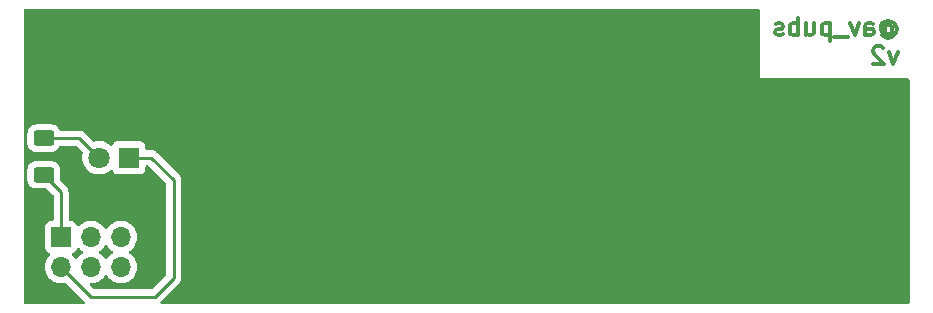
<source format=gbr>
G04 #@! TF.GenerationSoftware,KiCad,Pcbnew,(6.99.0-2452-gdb4f2d9dd8)*
G04 #@! TF.CreationDate,2022-08-02T12:20:48-05:00*
G04 #@! TF.ProjectId,AWS,4157532e-6b69-4636-9164-5f7063625858,rev?*
G04 #@! TF.SameCoordinates,Original*
G04 #@! TF.FileFunction,Copper,L2,Bot*
G04 #@! TF.FilePolarity,Positive*
%FSLAX46Y46*%
G04 Gerber Fmt 4.6, Leading zero omitted, Abs format (unit mm)*
G04 Created by KiCad (PCBNEW (6.99.0-2452-gdb4f2d9dd8)) date 2022-08-02 12:20:48*
%MOMM*%
%LPD*%
G01*
G04 APERTURE LIST*
G04 Aperture macros list*
%AMRoundRect*
0 Rectangle with rounded corners*
0 $1 Rounding radius*
0 $2 $3 $4 $5 $6 $7 $8 $9 X,Y pos of 4 corners*
0 Add a 4 corners polygon primitive as box body*
4,1,4,$2,$3,$4,$5,$6,$7,$8,$9,$2,$3,0*
0 Add four circle primitives for the rounded corners*
1,1,$1+$1,$2,$3*
1,1,$1+$1,$4,$5*
1,1,$1+$1,$6,$7*
1,1,$1+$1,$8,$9*
0 Add four rect primitives between the rounded corners*
20,1,$1+$1,$2,$3,$4,$5,0*
20,1,$1+$1,$4,$5,$6,$7,0*
20,1,$1+$1,$6,$7,$8,$9,0*
20,1,$1+$1,$8,$9,$2,$3,0*%
G04 Aperture macros list end*
%ADD10C,0.300000*%
G04 #@! TA.AperFunction,NonConductor*
%ADD11C,0.300000*%
G04 #@! TD*
G04 #@! TA.AperFunction,ComponentPad*
%ADD12R,1.800000X1.800000*%
G04 #@! TD*
G04 #@! TA.AperFunction,ComponentPad*
%ADD13C,1.800000*%
G04 #@! TD*
G04 #@! TA.AperFunction,ComponentPad*
%ADD14R,1.700000X1.700000*%
G04 #@! TD*
G04 #@! TA.AperFunction,ComponentPad*
%ADD15O,1.700000X1.700000*%
G04 #@! TD*
G04 #@! TA.AperFunction,SMDPad,CuDef*
%ADD16RoundRect,0.250000X-0.625000X0.400000X-0.625000X-0.400000X0.625000X-0.400000X0.625000X0.400000X0*%
G04 #@! TD*
G04 #@! TA.AperFunction,Conductor*
%ADD17C,0.250000*%
G04 #@! TD*
G04 APERTURE END LIST*
D10*
D11*
X172914285Y-51529285D02*
X172985714Y-51457857D01*
X172985714Y-51457857D02*
X173128571Y-51386428D01*
X173128571Y-51386428D02*
X173271428Y-51386428D01*
X173271428Y-51386428D02*
X173414285Y-51457857D01*
X173414285Y-51457857D02*
X173485714Y-51529285D01*
X173485714Y-51529285D02*
X173557142Y-51672142D01*
X173557142Y-51672142D02*
X173557142Y-51815000D01*
X173557142Y-51815000D02*
X173485714Y-51957857D01*
X173485714Y-51957857D02*
X173414285Y-52029285D01*
X173414285Y-52029285D02*
X173271428Y-52100714D01*
X173271428Y-52100714D02*
X173128571Y-52100714D01*
X173128571Y-52100714D02*
X172985714Y-52029285D01*
X172985714Y-52029285D02*
X172914285Y-51957857D01*
X172914285Y-51386428D02*
X172914285Y-51957857D01*
X172914285Y-51957857D02*
X172842857Y-52029285D01*
X172842857Y-52029285D02*
X172771428Y-52029285D01*
X172771428Y-52029285D02*
X172628571Y-51957857D01*
X172628571Y-51957857D02*
X172557142Y-51815000D01*
X172557142Y-51815000D02*
X172557142Y-51457857D01*
X172557142Y-51457857D02*
X172700000Y-51243571D01*
X172700000Y-51243571D02*
X172914285Y-51100714D01*
X172914285Y-51100714D02*
X173200000Y-51029285D01*
X173200000Y-51029285D02*
X173485714Y-51100714D01*
X173485714Y-51100714D02*
X173700000Y-51243571D01*
X173700000Y-51243571D02*
X173842857Y-51457857D01*
X173842857Y-51457857D02*
X173914285Y-51743571D01*
X173914285Y-51743571D02*
X173842857Y-52029285D01*
X173842857Y-52029285D02*
X173700000Y-52243571D01*
X173700000Y-52243571D02*
X173485714Y-52386428D01*
X173485714Y-52386428D02*
X173200000Y-52457857D01*
X173200000Y-52457857D02*
X172914285Y-52386428D01*
X172914285Y-52386428D02*
X172700000Y-52243571D01*
X171271429Y-52243571D02*
X171271429Y-51457857D01*
X171271429Y-51457857D02*
X171342857Y-51315000D01*
X171342857Y-51315000D02*
X171485714Y-51243571D01*
X171485714Y-51243571D02*
X171771429Y-51243571D01*
X171771429Y-51243571D02*
X171914286Y-51315000D01*
X171271429Y-52172142D02*
X171414286Y-52243571D01*
X171414286Y-52243571D02*
X171771429Y-52243571D01*
X171771429Y-52243571D02*
X171914286Y-52172142D01*
X171914286Y-52172142D02*
X171985714Y-52029285D01*
X171985714Y-52029285D02*
X171985714Y-51886428D01*
X171985714Y-51886428D02*
X171914286Y-51743571D01*
X171914286Y-51743571D02*
X171771429Y-51672142D01*
X171771429Y-51672142D02*
X171414286Y-51672142D01*
X171414286Y-51672142D02*
X171271429Y-51600714D01*
X170700000Y-51243571D02*
X170342857Y-52243571D01*
X170342857Y-52243571D02*
X169985714Y-51243571D01*
X169771429Y-52386428D02*
X168628571Y-52386428D01*
X168271429Y-51243571D02*
X168271429Y-52743571D01*
X168271429Y-51315000D02*
X168128572Y-51243571D01*
X168128572Y-51243571D02*
X167842857Y-51243571D01*
X167842857Y-51243571D02*
X167700000Y-51315000D01*
X167700000Y-51315000D02*
X167628572Y-51386428D01*
X167628572Y-51386428D02*
X167557143Y-51529285D01*
X167557143Y-51529285D02*
X167557143Y-51957857D01*
X167557143Y-51957857D02*
X167628572Y-52100714D01*
X167628572Y-52100714D02*
X167700000Y-52172142D01*
X167700000Y-52172142D02*
X167842857Y-52243571D01*
X167842857Y-52243571D02*
X168128572Y-52243571D01*
X168128572Y-52243571D02*
X168271429Y-52172142D01*
X166271429Y-51243571D02*
X166271429Y-52243571D01*
X166914286Y-51243571D02*
X166914286Y-52029285D01*
X166914286Y-52029285D02*
X166842857Y-52172142D01*
X166842857Y-52172142D02*
X166700000Y-52243571D01*
X166700000Y-52243571D02*
X166485714Y-52243571D01*
X166485714Y-52243571D02*
X166342857Y-52172142D01*
X166342857Y-52172142D02*
X166271429Y-52100714D01*
X165557143Y-52243571D02*
X165557143Y-50743571D01*
X165557143Y-51315000D02*
X165414286Y-51243571D01*
X165414286Y-51243571D02*
X165128571Y-51243571D01*
X165128571Y-51243571D02*
X164985714Y-51315000D01*
X164985714Y-51315000D02*
X164914286Y-51386428D01*
X164914286Y-51386428D02*
X164842857Y-51529285D01*
X164842857Y-51529285D02*
X164842857Y-51957857D01*
X164842857Y-51957857D02*
X164914286Y-52100714D01*
X164914286Y-52100714D02*
X164985714Y-52172142D01*
X164985714Y-52172142D02*
X165128571Y-52243571D01*
X165128571Y-52243571D02*
X165414286Y-52243571D01*
X165414286Y-52243571D02*
X165557143Y-52172142D01*
X164271428Y-52172142D02*
X164128571Y-52243571D01*
X164128571Y-52243571D02*
X163842857Y-52243571D01*
X163842857Y-52243571D02*
X163700000Y-52172142D01*
X163700000Y-52172142D02*
X163628571Y-52029285D01*
X163628571Y-52029285D02*
X163628571Y-51957857D01*
X163628571Y-51957857D02*
X163700000Y-51815000D01*
X163700000Y-51815000D02*
X163842857Y-51743571D01*
X163842857Y-51743571D02*
X164057143Y-51743571D01*
X164057143Y-51743571D02*
X164200000Y-51672142D01*
X164200000Y-51672142D02*
X164271428Y-51529285D01*
X164271428Y-51529285D02*
X164271428Y-51457857D01*
X164271428Y-51457857D02*
X164200000Y-51315000D01*
X164200000Y-51315000D02*
X164057143Y-51243571D01*
X164057143Y-51243571D02*
X163842857Y-51243571D01*
X163842857Y-51243571D02*
X163700000Y-51315000D01*
X173985714Y-53673571D02*
X173628571Y-54673571D01*
X173628571Y-54673571D02*
X173271428Y-53673571D01*
X172771428Y-53316428D02*
X172700000Y-53245000D01*
X172700000Y-53245000D02*
X172557143Y-53173571D01*
X172557143Y-53173571D02*
X172200000Y-53173571D01*
X172200000Y-53173571D02*
X172057143Y-53245000D01*
X172057143Y-53245000D02*
X171985714Y-53316428D01*
X171985714Y-53316428D02*
X171914285Y-53459285D01*
X171914285Y-53459285D02*
X171914285Y-53602142D01*
X171914285Y-53602142D02*
X171985714Y-53816428D01*
X171985714Y-53816428D02*
X172842857Y-54673571D01*
X172842857Y-54673571D02*
X171914285Y-54673571D01*
D12*
X108899999Y-62599999D03*
D13*
X106360000Y-62600000D03*
D14*
X103159999Y-69329999D03*
D15*
X103159999Y-71869999D03*
X105699999Y-69329999D03*
X105699999Y-71869999D03*
X108239999Y-69329999D03*
X108239999Y-71869999D03*
D16*
X101700000Y-60950000D03*
X101700000Y-64050000D03*
D17*
X112700000Y-72800000D02*
X111100000Y-74400000D01*
X111100000Y-74400000D02*
X105690000Y-74400000D01*
X110800000Y-62600000D02*
X112700000Y-64500000D01*
X108900000Y-62600000D02*
X110800000Y-62600000D01*
X112700000Y-64500000D02*
X112700000Y-72800000D01*
X105690000Y-74400000D02*
X103160000Y-71870000D01*
X104710000Y-60950000D02*
X106360000Y-62600000D01*
X101700000Y-60950000D02*
X104710000Y-60950000D01*
X103160000Y-69330000D02*
X103160000Y-65510000D01*
X103160000Y-65510000D02*
X101700000Y-64050000D01*
G04 #@! TA.AperFunction,NonConductor*
G36*
X104683439Y-70241388D02*
G01*
X104715755Y-70266638D01*
X104736526Y-70289201D01*
X104776760Y-70332906D01*
X104954424Y-70471189D01*
X104959005Y-70473668D01*
X104987680Y-70489186D01*
X105038071Y-70539199D01*
X105053423Y-70608516D01*
X105028863Y-70675129D01*
X104987681Y-70710813D01*
X104954424Y-70728811D01*
X104950313Y-70732010D01*
X104950311Y-70732012D01*
X104795861Y-70852227D01*
X104776760Y-70867094D01*
X104773228Y-70870931D01*
X104627806Y-71028899D01*
X104627803Y-71028903D01*
X104624278Y-71032732D01*
X104621427Y-71037096D01*
X104535483Y-71168643D01*
X104481479Y-71214732D01*
X104411132Y-71224307D01*
X104346774Y-71194330D01*
X104324517Y-71168643D01*
X104238573Y-71037096D01*
X104235722Y-71032732D01*
X104232197Y-71028903D01*
X104232194Y-71028899D01*
X104092525Y-70877180D01*
X104061104Y-70813515D01*
X104069091Y-70742969D01*
X104113949Y-70687940D01*
X104141191Y-70673787D01*
X104256204Y-70630889D01*
X104268536Y-70621658D01*
X104366050Y-70548659D01*
X104373261Y-70543261D01*
X104460889Y-70426204D01*
X104504998Y-70307944D01*
X104547545Y-70251108D01*
X104614065Y-70226297D01*
X104683439Y-70241388D01*
G37*
G04 #@! TD.AperFunction*
G04 #@! TA.AperFunction,NonConductor*
G36*
X107053226Y-70005670D02*
G01*
X107075483Y-70031357D01*
X107164278Y-70167268D01*
X107167803Y-70171097D01*
X107167806Y-70171101D01*
X107232511Y-70241388D01*
X107316760Y-70332906D01*
X107494424Y-70471189D01*
X107499005Y-70473668D01*
X107527680Y-70489186D01*
X107578071Y-70539199D01*
X107593423Y-70608516D01*
X107568863Y-70675129D01*
X107527681Y-70710813D01*
X107494424Y-70728811D01*
X107490313Y-70732010D01*
X107490311Y-70732012D01*
X107335861Y-70852227D01*
X107316760Y-70867094D01*
X107313228Y-70870931D01*
X107167806Y-71028899D01*
X107167803Y-71028903D01*
X107164278Y-71032732D01*
X107161427Y-71037096D01*
X107075483Y-71168643D01*
X107021479Y-71214732D01*
X106951132Y-71224307D01*
X106886774Y-71194330D01*
X106864517Y-71168643D01*
X106778573Y-71037096D01*
X106775722Y-71032732D01*
X106772197Y-71028903D01*
X106772194Y-71028899D01*
X106626772Y-70870931D01*
X106623240Y-70867094D01*
X106604139Y-70852227D01*
X106449689Y-70732012D01*
X106449687Y-70732010D01*
X106445576Y-70728811D01*
X106412320Y-70710814D01*
X106361929Y-70660801D01*
X106346577Y-70591484D01*
X106371137Y-70524871D01*
X106412320Y-70489186D01*
X106440995Y-70473668D01*
X106445576Y-70471189D01*
X106623240Y-70332906D01*
X106707489Y-70241388D01*
X106772194Y-70171101D01*
X106772197Y-70171097D01*
X106775722Y-70167268D01*
X106864517Y-70031357D01*
X106918521Y-69985268D01*
X106988868Y-69975693D01*
X107053226Y-70005670D01*
G37*
G04 #@! TD.AperFunction*
G04 #@! TA.AperFunction,NonConductor*
G36*
X162251478Y-50020502D02*
G01*
X162297971Y-50074158D01*
X162309357Y-50126500D01*
X162309357Y-55883500D01*
X174873500Y-55883500D01*
X174941621Y-55903502D01*
X174988114Y-55957158D01*
X174999500Y-56009500D01*
X174999500Y-74873500D01*
X174979498Y-74941621D01*
X174925842Y-74988114D01*
X174873500Y-74999500D01*
X111700594Y-74999500D01*
X111632473Y-74979498D01*
X111585980Y-74925842D01*
X111575876Y-74855568D01*
X111605370Y-74790988D01*
X111611499Y-74784405D01*
X113092247Y-73303657D01*
X113100537Y-73296113D01*
X113107018Y-73292000D01*
X113153659Y-73242332D01*
X113156413Y-73239491D01*
X113176135Y-73219769D01*
X113178619Y-73216567D01*
X113186317Y-73207555D01*
X113211161Y-73181098D01*
X113216586Y-73175321D01*
X113226347Y-73157566D01*
X113237198Y-73141047D01*
X113249614Y-73125041D01*
X113267174Y-73084463D01*
X113272391Y-73073813D01*
X113293695Y-73035060D01*
X113298733Y-73015437D01*
X113305137Y-72996734D01*
X113310033Y-72985420D01*
X113310033Y-72985419D01*
X113313181Y-72978145D01*
X113314420Y-72970322D01*
X113314423Y-72970312D01*
X113320099Y-72934476D01*
X113322505Y-72922856D01*
X113331528Y-72887711D01*
X113331528Y-72887710D01*
X113333500Y-72880030D01*
X113333500Y-72859776D01*
X113335051Y-72840065D01*
X113336980Y-72827886D01*
X113338220Y-72820057D01*
X113334059Y-72776038D01*
X113333500Y-72764181D01*
X113333500Y-64578768D01*
X113334027Y-64567585D01*
X113335702Y-64560092D01*
X113333562Y-64492001D01*
X113333500Y-64488044D01*
X113333500Y-64460144D01*
X113332996Y-64456153D01*
X113332063Y-64444311D01*
X113330923Y-64408036D01*
X113330674Y-64400111D01*
X113328462Y-64392497D01*
X113328461Y-64392492D01*
X113325023Y-64380659D01*
X113321012Y-64361295D01*
X113319467Y-64349064D01*
X113318474Y-64341203D01*
X113315557Y-64333836D01*
X113315556Y-64333831D01*
X113302198Y-64300092D01*
X113298354Y-64288865D01*
X113288230Y-64254022D01*
X113286018Y-64246407D01*
X113275707Y-64228972D01*
X113267012Y-64211224D01*
X113259552Y-64192383D01*
X113233564Y-64156613D01*
X113227048Y-64146693D01*
X113208580Y-64115465D01*
X113208578Y-64115462D01*
X113204542Y-64108638D01*
X113190221Y-64094317D01*
X113177380Y-64079283D01*
X113170131Y-64069306D01*
X113165472Y-64062893D01*
X113131395Y-64034702D01*
X113122616Y-64026712D01*
X111303652Y-62207747D01*
X111296112Y-62199461D01*
X111292000Y-62192982D01*
X111242348Y-62146356D01*
X111239507Y-62143602D01*
X111219770Y-62123865D01*
X111216573Y-62121385D01*
X111207551Y-62113680D01*
X111198180Y-62104880D01*
X111175321Y-62083414D01*
X111168375Y-62079595D01*
X111168372Y-62079593D01*
X111157566Y-62073652D01*
X111141047Y-62062801D01*
X111140583Y-62062441D01*
X111125041Y-62050386D01*
X111117772Y-62047241D01*
X111117768Y-62047238D01*
X111084463Y-62032826D01*
X111073813Y-62027609D01*
X111035060Y-62006305D01*
X111015437Y-62001267D01*
X110996734Y-61994863D01*
X110985420Y-61989967D01*
X110985419Y-61989967D01*
X110978145Y-61986819D01*
X110970322Y-61985580D01*
X110970312Y-61985577D01*
X110934476Y-61979901D01*
X110922856Y-61977495D01*
X110887711Y-61968472D01*
X110887710Y-61968472D01*
X110880030Y-61966500D01*
X110859776Y-61966500D01*
X110840065Y-61964949D01*
X110827886Y-61963020D01*
X110820057Y-61961780D01*
X110812165Y-61962526D01*
X110776039Y-61965941D01*
X110764181Y-61966500D01*
X110434500Y-61966500D01*
X110366379Y-61946498D01*
X110319886Y-61892842D01*
X110308500Y-61840500D01*
X110308500Y-61651362D01*
X110301989Y-61590799D01*
X110250889Y-61453796D01*
X110163261Y-61336739D01*
X110119554Y-61304020D01*
X110053418Y-61254511D01*
X110053416Y-61254510D01*
X110046204Y-61249111D01*
X109909201Y-61198011D01*
X109872295Y-61194043D01*
X109851988Y-61191860D01*
X109851985Y-61191860D01*
X109848638Y-61191500D01*
X107951362Y-61191500D01*
X107948015Y-61191860D01*
X107948012Y-61191860D01*
X107927705Y-61194043D01*
X107890799Y-61198011D01*
X107753796Y-61249111D01*
X107746584Y-61254510D01*
X107746582Y-61254511D01*
X107680446Y-61304020D01*
X107636739Y-61336739D01*
X107549111Y-61453796D01*
X107545963Y-61462237D01*
X107545961Y-61462241D01*
X107525638Y-61516726D01*
X107483091Y-61573561D01*
X107416571Y-61598371D01*
X107347197Y-61583279D01*
X107322248Y-61565395D01*
X107320747Y-61564014D01*
X107317220Y-61560182D01*
X107133017Y-61416810D01*
X106998383Y-61343950D01*
X106932312Y-61308194D01*
X106932309Y-61308193D01*
X106927727Y-61305713D01*
X106706951Y-61229920D01*
X106701817Y-61229063D01*
X106701812Y-61229062D01*
X106481849Y-61192357D01*
X106481846Y-61192357D01*
X106476712Y-61191500D01*
X106243288Y-61191500D01*
X106238154Y-61192357D01*
X106238151Y-61192357D01*
X106018188Y-61229062D01*
X106018183Y-61229063D01*
X106013049Y-61229920D01*
X105992731Y-61236895D01*
X105921808Y-61240097D01*
X105862723Y-61206818D01*
X105213652Y-60557747D01*
X105206112Y-60549461D01*
X105202000Y-60542982D01*
X105152348Y-60496356D01*
X105149507Y-60493602D01*
X105129770Y-60473865D01*
X105126573Y-60471385D01*
X105117551Y-60463680D01*
X105091100Y-60438841D01*
X105085321Y-60433414D01*
X105078375Y-60429595D01*
X105078372Y-60429593D01*
X105067566Y-60423652D01*
X105051047Y-60412801D01*
X105050583Y-60412441D01*
X105035041Y-60400386D01*
X105027772Y-60397241D01*
X105027768Y-60397238D01*
X104994463Y-60382826D01*
X104983813Y-60377609D01*
X104945060Y-60356305D01*
X104925437Y-60351267D01*
X104906734Y-60344863D01*
X104895420Y-60339967D01*
X104895419Y-60339967D01*
X104888145Y-60336819D01*
X104880322Y-60335580D01*
X104880312Y-60335577D01*
X104844476Y-60329901D01*
X104832856Y-60327495D01*
X104797711Y-60318472D01*
X104797710Y-60318472D01*
X104790030Y-60316500D01*
X104769776Y-60316500D01*
X104750065Y-60314949D01*
X104737886Y-60313020D01*
X104730057Y-60311780D01*
X104722165Y-60312526D01*
X104686039Y-60315941D01*
X104674181Y-60316500D01*
X103137671Y-60316500D01*
X103069550Y-60296498D01*
X103023057Y-60242842D01*
X103021012Y-60237635D01*
X103019422Y-60234225D01*
X103017115Y-60227262D01*
X102924030Y-60076348D01*
X102798652Y-59950970D01*
X102647738Y-59857885D01*
X102584193Y-59836829D01*
X102485952Y-59804275D01*
X102485948Y-59804274D01*
X102479426Y-59802113D01*
X102472592Y-59801415D01*
X102472588Y-59801414D01*
X102378729Y-59791825D01*
X102378723Y-59791825D01*
X102375545Y-59791500D01*
X101700106Y-59791500D01*
X101024456Y-59791501D01*
X101021279Y-59791826D01*
X101021270Y-59791826D01*
X100972533Y-59796805D01*
X100920574Y-59802113D01*
X100752262Y-59857885D01*
X100601348Y-59950970D01*
X100475970Y-60076348D01*
X100382885Y-60227262D01*
X100361829Y-60290807D01*
X100332119Y-60380467D01*
X100327113Y-60395574D01*
X100326415Y-60402408D01*
X100326414Y-60402412D01*
X100316825Y-60496271D01*
X100316500Y-60499455D01*
X100316501Y-61400544D01*
X100316826Y-61403721D01*
X100316826Y-61403730D01*
X100321204Y-61446582D01*
X100327113Y-61504426D01*
X100382885Y-61672738D01*
X100475970Y-61823652D01*
X100601348Y-61949030D01*
X100607595Y-61952883D01*
X100607596Y-61952884D01*
X100628765Y-61965941D01*
X100752262Y-62042115D01*
X100814689Y-62062801D01*
X100914048Y-62095725D01*
X100914052Y-62095726D01*
X100920574Y-62097887D01*
X100927408Y-62098585D01*
X100927412Y-62098586D01*
X101021271Y-62108175D01*
X101021277Y-62108175D01*
X101024455Y-62108500D01*
X101699894Y-62108500D01*
X102375544Y-62108499D01*
X102378721Y-62108174D01*
X102378730Y-62108174D01*
X102427467Y-62103195D01*
X102479426Y-62097887D01*
X102647738Y-62042115D01*
X102771235Y-61965941D01*
X102792404Y-61952884D01*
X102792405Y-61952883D01*
X102798652Y-61949030D01*
X102924030Y-61823652D01*
X103017115Y-61672738D01*
X103019423Y-61665774D01*
X103022525Y-61659121D01*
X103024779Y-61660172D01*
X103058480Y-61611496D01*
X103124036Y-61584240D01*
X103137671Y-61583500D01*
X104395406Y-61583500D01*
X104463527Y-61603502D01*
X104484501Y-61620405D01*
X104968976Y-62104880D01*
X105003002Y-62167192D01*
X105002026Y-62224906D01*
X104965949Y-62367374D01*
X104946673Y-62600000D01*
X104965949Y-62832626D01*
X104967230Y-62837684D01*
X104967230Y-62837685D01*
X104997085Y-62955578D01*
X105023251Y-63058907D01*
X105025343Y-63063677D01*
X105025344Y-63063679D01*
X105114921Y-63267893D01*
X105117016Y-63272669D01*
X105119866Y-63277031D01*
X105119868Y-63277035D01*
X105152683Y-63327262D01*
X105244686Y-63468083D01*
X105248211Y-63471912D01*
X105248214Y-63471916D01*
X105269993Y-63495574D01*
X105402780Y-63639818D01*
X105406891Y-63643018D01*
X105406898Y-63643024D01*
X105548732Y-63753418D01*
X105586983Y-63783190D01*
X105591564Y-63785669D01*
X105734942Y-63863261D01*
X105792273Y-63894287D01*
X106013049Y-63970080D01*
X106018183Y-63970937D01*
X106018188Y-63970938D01*
X106238151Y-64007643D01*
X106238154Y-64007643D01*
X106243288Y-64008500D01*
X106476712Y-64008500D01*
X106481846Y-64007643D01*
X106481849Y-64007643D01*
X106701812Y-63970938D01*
X106701817Y-63970937D01*
X106706951Y-63970080D01*
X106927727Y-63894287D01*
X106985059Y-63863261D01*
X107128436Y-63785669D01*
X107133017Y-63783190D01*
X107317220Y-63639818D01*
X107320747Y-63635986D01*
X107322248Y-63634605D01*
X107385914Y-63603185D01*
X107456459Y-63611174D01*
X107511487Y-63656034D01*
X107525638Y-63683274D01*
X107545961Y-63737759D01*
X107549111Y-63746204D01*
X107636739Y-63863261D01*
X107753796Y-63950889D01*
X107890799Y-64001989D01*
X107927705Y-64005957D01*
X107948012Y-64008140D01*
X107948015Y-64008140D01*
X107951362Y-64008500D01*
X109848638Y-64008500D01*
X109851985Y-64008140D01*
X109851988Y-64008140D01*
X109872295Y-64005957D01*
X109909201Y-64001989D01*
X110046204Y-63950889D01*
X110163261Y-63863261D01*
X110250889Y-63746204D01*
X110301989Y-63609201D01*
X110308500Y-63548638D01*
X110308500Y-63359500D01*
X110328502Y-63291379D01*
X110382158Y-63244886D01*
X110434500Y-63233500D01*
X110485406Y-63233500D01*
X110553527Y-63253502D01*
X110574501Y-63270405D01*
X112029595Y-64725500D01*
X112063621Y-64787812D01*
X112066500Y-64814595D01*
X112066500Y-72485406D01*
X112046498Y-72553527D01*
X112029595Y-72574501D01*
X110874500Y-73729595D01*
X110812188Y-73763621D01*
X110785405Y-73766500D01*
X106004595Y-73766500D01*
X105936474Y-73746498D01*
X105915500Y-73729595D01*
X105629500Y-73443595D01*
X105595474Y-73381283D01*
X105600539Y-73310468D01*
X105643086Y-73253632D01*
X105709606Y-73228821D01*
X105718595Y-73228500D01*
X105812569Y-73228500D01*
X105817704Y-73227643D01*
X105817706Y-73227643D01*
X106029496Y-73192302D01*
X106029501Y-73192301D01*
X106034635Y-73191444D01*
X106247574Y-73118342D01*
X106445576Y-73011189D01*
X106488031Y-72978145D01*
X106619121Y-72876112D01*
X106623240Y-72872906D01*
X106712413Y-72776039D01*
X106772194Y-72711101D01*
X106772197Y-72711097D01*
X106775722Y-72707268D01*
X106864517Y-72571357D01*
X106918521Y-72525268D01*
X106988868Y-72515693D01*
X107053226Y-72545670D01*
X107075483Y-72571357D01*
X107164278Y-72707268D01*
X107167803Y-72711097D01*
X107167806Y-72711101D01*
X107227587Y-72776039D01*
X107316760Y-72872906D01*
X107320879Y-72876112D01*
X107451970Y-72978145D01*
X107494424Y-73011189D01*
X107692426Y-73118342D01*
X107905365Y-73191444D01*
X107910499Y-73192301D01*
X107910504Y-73192302D01*
X108122294Y-73227643D01*
X108122296Y-73227643D01*
X108127431Y-73228500D01*
X108352569Y-73228500D01*
X108357704Y-73227643D01*
X108357706Y-73227643D01*
X108569496Y-73192302D01*
X108569501Y-73192301D01*
X108574635Y-73191444D01*
X108787574Y-73118342D01*
X108985576Y-73011189D01*
X109028031Y-72978145D01*
X109159121Y-72876112D01*
X109163240Y-72872906D01*
X109252413Y-72776039D01*
X109312194Y-72711101D01*
X109312197Y-72711097D01*
X109315722Y-72707268D01*
X109426574Y-72537596D01*
X109436008Y-72523157D01*
X109436010Y-72523153D01*
X109438860Y-72518791D01*
X109529296Y-72312616D01*
X109584564Y-72094368D01*
X109603156Y-71870000D01*
X109584564Y-71645632D01*
X109529296Y-71427384D01*
X109438860Y-71221209D01*
X109434629Y-71214732D01*
X109318573Y-71037096D01*
X109315722Y-71032732D01*
X109312197Y-71028903D01*
X109312194Y-71028899D01*
X109166772Y-70870931D01*
X109163240Y-70867094D01*
X109144139Y-70852227D01*
X108989689Y-70732012D01*
X108989687Y-70732010D01*
X108985576Y-70728811D01*
X108952320Y-70710814D01*
X108901929Y-70660801D01*
X108886577Y-70591484D01*
X108911137Y-70524871D01*
X108952320Y-70489186D01*
X108980995Y-70473668D01*
X108985576Y-70471189D01*
X109163240Y-70332906D01*
X109247489Y-70241388D01*
X109312194Y-70171101D01*
X109312197Y-70171097D01*
X109315722Y-70167268D01*
X109421299Y-70005670D01*
X109436008Y-69983157D01*
X109436010Y-69983153D01*
X109438860Y-69978791D01*
X109529296Y-69772616D01*
X109584564Y-69554368D01*
X109603156Y-69330000D01*
X109584564Y-69105632D01*
X109529296Y-68887384D01*
X109438860Y-68681209D01*
X109434629Y-68674732D01*
X109318573Y-68497096D01*
X109315722Y-68492732D01*
X109312197Y-68488903D01*
X109312194Y-68488899D01*
X109166772Y-68330931D01*
X109163240Y-68327094D01*
X108985576Y-68188811D01*
X108787574Y-68081658D01*
X108574635Y-68008556D01*
X108569501Y-68007699D01*
X108569496Y-68007698D01*
X108357706Y-67972357D01*
X108357704Y-67972357D01*
X108352569Y-67971500D01*
X108127431Y-67971500D01*
X108122296Y-67972357D01*
X108122294Y-67972357D01*
X107910504Y-68007698D01*
X107910499Y-68007699D01*
X107905365Y-68008556D01*
X107692426Y-68081658D01*
X107494424Y-68188811D01*
X107316760Y-68327094D01*
X107313228Y-68330931D01*
X107167806Y-68488899D01*
X107167803Y-68488903D01*
X107164278Y-68492732D01*
X107161427Y-68497096D01*
X107075483Y-68628643D01*
X107021479Y-68674732D01*
X106951132Y-68684307D01*
X106886774Y-68654330D01*
X106864517Y-68628643D01*
X106778573Y-68497096D01*
X106775722Y-68492732D01*
X106772197Y-68488903D01*
X106772194Y-68488899D01*
X106626772Y-68330931D01*
X106623240Y-68327094D01*
X106445576Y-68188811D01*
X106247574Y-68081658D01*
X106034635Y-68008556D01*
X106029501Y-68007699D01*
X106029496Y-68007698D01*
X105817706Y-67972357D01*
X105817704Y-67972357D01*
X105812569Y-67971500D01*
X105587431Y-67971500D01*
X105582296Y-67972357D01*
X105582294Y-67972357D01*
X105370504Y-68007698D01*
X105370499Y-68007699D01*
X105365365Y-68008556D01*
X105152426Y-68081658D01*
X104954424Y-68188811D01*
X104776760Y-68327094D01*
X104773228Y-68330931D01*
X104715755Y-68393362D01*
X104654901Y-68429933D01*
X104583937Y-68427798D01*
X104525392Y-68387636D01*
X104504998Y-68352056D01*
X104464038Y-68242239D01*
X104464037Y-68242237D01*
X104460889Y-68233796D01*
X104373261Y-68116739D01*
X104256204Y-68029111D01*
X104119201Y-67978011D01*
X104082295Y-67974043D01*
X104061988Y-67971860D01*
X104061985Y-67971860D01*
X104058638Y-67971500D01*
X103919500Y-67971500D01*
X103851379Y-67951498D01*
X103804886Y-67897842D01*
X103793500Y-67845500D01*
X103793500Y-65588767D01*
X103794027Y-65577584D01*
X103795702Y-65570091D01*
X103793562Y-65502000D01*
X103793500Y-65498043D01*
X103793500Y-65470144D01*
X103792996Y-65466153D01*
X103792063Y-65454311D01*
X103790923Y-65418036D01*
X103790674Y-65410111D01*
X103788462Y-65402497D01*
X103788461Y-65402492D01*
X103785023Y-65390659D01*
X103781012Y-65371295D01*
X103779467Y-65359064D01*
X103778474Y-65351203D01*
X103775557Y-65343836D01*
X103775556Y-65343831D01*
X103762198Y-65310092D01*
X103758354Y-65298865D01*
X103748230Y-65264022D01*
X103746018Y-65256407D01*
X103735707Y-65238972D01*
X103727012Y-65221224D01*
X103719552Y-65202383D01*
X103693564Y-65166613D01*
X103687048Y-65156693D01*
X103668580Y-65125465D01*
X103668578Y-65125462D01*
X103664542Y-65118638D01*
X103650221Y-65104317D01*
X103637380Y-65089283D01*
X103630131Y-65079306D01*
X103625472Y-65072893D01*
X103619368Y-65067843D01*
X103619363Y-65067838D01*
X103591402Y-65044707D01*
X103582621Y-65036717D01*
X103120404Y-64574499D01*
X103086379Y-64512187D01*
X103083500Y-64485404D01*
X103083499Y-63602662D01*
X103083499Y-63599456D01*
X103072887Y-63495574D01*
X103017115Y-63327262D01*
X102924030Y-63176348D01*
X102798652Y-63050970D01*
X102647738Y-62957885D01*
X102584193Y-62936829D01*
X102485952Y-62904275D01*
X102485948Y-62904274D01*
X102479426Y-62902113D01*
X102472592Y-62901415D01*
X102472588Y-62901414D01*
X102378729Y-62891825D01*
X102378723Y-62891825D01*
X102375545Y-62891500D01*
X101700106Y-62891500D01*
X101024456Y-62891501D01*
X101021279Y-62891826D01*
X101021270Y-62891826D01*
X100972533Y-62896805D01*
X100920574Y-62902113D01*
X100752262Y-62957885D01*
X100601348Y-63050970D01*
X100475970Y-63176348D01*
X100382885Y-63327262D01*
X100327113Y-63495574D01*
X100326415Y-63502408D01*
X100326414Y-63502412D01*
X100321349Y-63551988D01*
X100316500Y-63599455D01*
X100316501Y-64500544D01*
X100327113Y-64604426D01*
X100382885Y-64772738D01*
X100475970Y-64923652D01*
X100601348Y-65049030D01*
X100752262Y-65142115D01*
X100811693Y-65161808D01*
X100914048Y-65195725D01*
X100914052Y-65195726D01*
X100920574Y-65197887D01*
X100927408Y-65198585D01*
X100927412Y-65198586D01*
X101021271Y-65208175D01*
X101021277Y-65208175D01*
X101024455Y-65208500D01*
X101078732Y-65208500D01*
X101910404Y-65208499D01*
X101978525Y-65228501D01*
X101999500Y-65245404D01*
X102489596Y-65735501D01*
X102523621Y-65797813D01*
X102526500Y-65824596D01*
X102526500Y-67845500D01*
X102506498Y-67913621D01*
X102452842Y-67960114D01*
X102400500Y-67971500D01*
X102261362Y-67971500D01*
X102258015Y-67971860D01*
X102258012Y-67971860D01*
X102237705Y-67974043D01*
X102200799Y-67978011D01*
X102063796Y-68029111D01*
X101946739Y-68116739D01*
X101859111Y-68233796D01*
X101808011Y-68370799D01*
X101801500Y-68431362D01*
X101801500Y-70228638D01*
X101808011Y-70289201D01*
X101859111Y-70426204D01*
X101946739Y-70543261D01*
X101953950Y-70548659D01*
X102051465Y-70621658D01*
X102063796Y-70630889D01*
X102178808Y-70673787D01*
X102235642Y-70716333D01*
X102260453Y-70782853D01*
X102245361Y-70852227D01*
X102227475Y-70877180D01*
X102087806Y-71028899D01*
X102087803Y-71028903D01*
X102084278Y-71032732D01*
X102081427Y-71037096D01*
X101965372Y-71214732D01*
X101961140Y-71221209D01*
X101870704Y-71427384D01*
X101815436Y-71645632D01*
X101796844Y-71870000D01*
X101815436Y-72094368D01*
X101870704Y-72312616D01*
X101961140Y-72518791D01*
X101963990Y-72523153D01*
X101963992Y-72523157D01*
X101973426Y-72537596D01*
X102084278Y-72707268D01*
X102087803Y-72711097D01*
X102087806Y-72711101D01*
X102147587Y-72776039D01*
X102236760Y-72872906D01*
X102240879Y-72876112D01*
X102371970Y-72978145D01*
X102414424Y-73011189D01*
X102612426Y-73118342D01*
X102825365Y-73191444D01*
X102830499Y-73192301D01*
X102830504Y-73192302D01*
X103042294Y-73227643D01*
X103042296Y-73227643D01*
X103047431Y-73228500D01*
X103272569Y-73228500D01*
X103277704Y-73227643D01*
X103277706Y-73227643D01*
X103489501Y-73192301D01*
X103489504Y-73192300D01*
X103494635Y-73191444D01*
X103497924Y-73190315D01*
X103568364Y-73192965D01*
X103617442Y-73223346D01*
X105178501Y-74784405D01*
X105212527Y-74846717D01*
X105207462Y-74917532D01*
X105164915Y-74974368D01*
X105098395Y-74999179D01*
X105089406Y-74999500D01*
X100126500Y-74999500D01*
X100058379Y-74979498D01*
X100011886Y-74925842D01*
X100000500Y-74873500D01*
X100000500Y-50126500D01*
X100020502Y-50058379D01*
X100074158Y-50011886D01*
X100126500Y-50000500D01*
X162183357Y-50000500D01*
X162251478Y-50020502D01*
G37*
G04 #@! TD.AperFunction*
M02*

</source>
